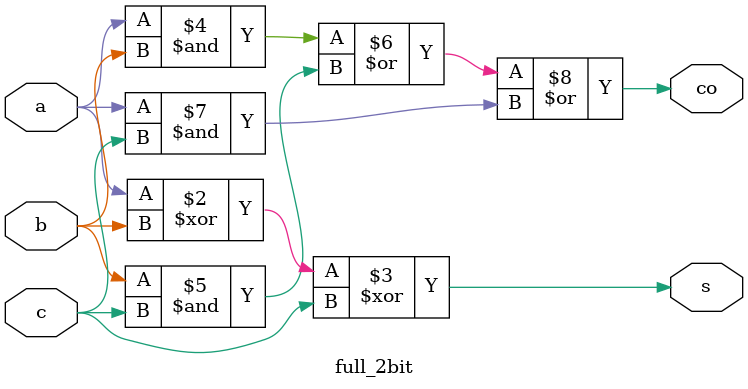
<source format=v>
module sub_2bit(d,bo,a,b);
  output[1:0]d;
  output bo;
  input [1:0]a,b;
  wire bi;
  full_2bit sub1(d[0],bi,a[0],~b[0],1);
  full_2bit sub2(d[1],~bo,a[1],~b[1],bi);

endmodule

module full_2bit(s,co,a,b,c);
  input a,b,c;
  output reg s,co;
  always @ (*)
    begin
      s=a^b^c;
      co = (a&b)|(b&c)|(a&c);
    end
endmodule
</source>
